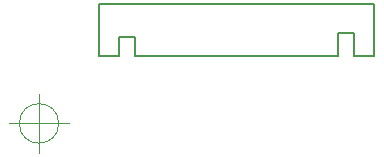
<source format=gbr>
G04 #@! TF.GenerationSoftware,KiCad,Pcbnew,(5.1.2-1)-1*
G04 #@! TF.CreationDate,2019-05-15T15:24:44-07:00*
G04 #@! TF.ProjectId,v2,76322e6b-6963-4616-945f-706362585858,rev?*
G04 #@! TF.SameCoordinates,Original*
G04 #@! TF.FileFunction,Profile,NP*
%FSLAX46Y46*%
G04 Gerber Fmt 4.6, Leading zero omitted, Abs format (unit mm)*
G04 Created by KiCad (PCBNEW (5.1.2-1)-1) date 2019-05-15 15:24:44*
%MOMM*%
%LPD*%
G04 APERTURE LIST*
%ADD10C,0.050000*%
%ADD11C,0.200000*%
G04 APERTURE END LIST*
D10*
X74056666Y-135890000D02*
G75*
G03X74056666Y-135890000I-1666666J0D01*
G01*
X69890000Y-135890000D02*
X74890000Y-135890000D01*
X72390000Y-133390000D02*
X72390000Y-138390000D01*
D11*
X80512739Y-128537464D02*
X80512739Y-130159087D01*
X97680000Y-128270000D02*
X99060000Y-128270000D01*
X79132739Y-128537464D02*
X79132739Y-130159087D01*
X79132739Y-128537464D02*
X80512739Y-128537464D01*
X77432739Y-125809144D02*
X100760000Y-125809144D01*
X77432739Y-130159087D02*
X79132739Y-130159087D01*
X100760000Y-125809144D02*
X100760000Y-130159087D01*
X97680000Y-128270000D02*
X97680000Y-130159087D01*
X77432739Y-125809144D02*
X77432739Y-130159087D01*
X80512739Y-130159087D02*
X97680000Y-130159087D01*
X99060000Y-130159087D02*
X100760000Y-130159087D01*
X99060000Y-128270000D02*
X99060000Y-130159087D01*
M02*

</source>
